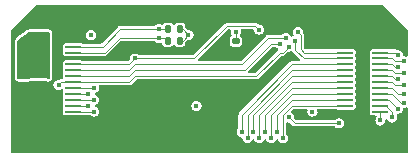
<source format=gbr>
%TF.GenerationSoftware,KiCad,Pcbnew,7.0.8*%
%TF.CreationDate,2023-11-11T12:19:38+10:00*%
%TF.ProjectId,ControllerBoard,436f6e74-726f-46c6-9c65-72426f617264,rev?*%
%TF.SameCoordinates,Original*%
%TF.FileFunction,Copper,L4,Bot*%
%TF.FilePolarity,Positive*%
%FSLAX46Y46*%
G04 Gerber Fmt 4.6, Leading zero omitted, Abs format (unit mm)*
G04 Created by KiCad (PCBNEW 7.0.8) date 2023-11-11 12:19:38*
%MOMM*%
%LPD*%
G01*
G04 APERTURE LIST*
G04 Aperture macros list*
%AMRoundRect*
0 Rectangle with rounded corners*
0 $1 Rounding radius*
0 $2 $3 $4 $5 $6 $7 $8 $9 X,Y pos of 4 corners*
0 Add a 4 corners polygon primitive as box body*
4,1,4,$2,$3,$4,$5,$6,$7,$8,$9,$2,$3,0*
0 Add four circle primitives for the rounded corners*
1,1,$1+$1,$2,$3*
1,1,$1+$1,$4,$5*
1,1,$1+$1,$6,$7*
1,1,$1+$1,$8,$9*
0 Add four rect primitives between the rounded corners*
20,1,$1+$1,$2,$3,$4,$5,0*
20,1,$1+$1,$4,$5,$6,$7,0*
20,1,$1+$1,$6,$7,$8,$9,0*
20,1,$1+$1,$8,$9,$2,$3,0*%
G04 Aperture macros list end*
%TA.AperFunction,SMDPad,CuDef*%
%ADD10RoundRect,0.062500X0.612500X0.062500X-0.612500X0.062500X-0.612500X-0.062500X0.612500X-0.062500X0*%
%TD*%
%TA.AperFunction,SMDPad,CuDef*%
%ADD11RoundRect,0.140000X-0.170000X0.140000X-0.170000X-0.140000X0.170000X-0.140000X0.170000X0.140000X0*%
%TD*%
%TA.AperFunction,SMDPad,CuDef*%
%ADD12RoundRect,0.135000X-0.135000X-0.185000X0.135000X-0.185000X0.135000X0.185000X-0.135000X0.185000X0*%
%TD*%
%TA.AperFunction,SMDPad,CuDef*%
%ADD13RoundRect,0.135000X0.135000X0.185000X-0.135000X0.185000X-0.135000X-0.185000X0.135000X-0.185000X0*%
%TD*%
%TA.AperFunction,ViaPad*%
%ADD14C,0.450000*%
%TD*%
%TA.AperFunction,Conductor*%
%ADD15C,0.125000*%
%TD*%
G04 APERTURE END LIST*
D10*
%TO.P,J2,1,Pin_1*%
%TO.N,/Accelerometer/SDA*%
X5475000Y-3750000D03*
%TO.P,J2,2,Pin_2*%
%TO.N,VCC*%
X2525000Y-3750000D03*
%TO.P,J2,3,Pin_3*%
%TO.N,/Accelerometer/SCL*%
X5475000Y-4250000D03*
%TO.P,J2,4,Pin_4*%
%TO.N,VCC*%
X2525000Y-4250000D03*
%TO.P,J2,5,Pin_5*%
%TO.N,GND*%
X5475000Y-4750000D03*
%TO.P,J2,6,Pin_6*%
%TO.N,VCC*%
X2525000Y-4750000D03*
%TO.P,J2,7,Pin_7*%
%TO.N,/Accelerometer/INT1*%
X5475000Y-5250000D03*
%TO.P,J2,8,Pin_8*%
%TO.N,VCC*%
X2525000Y-5250000D03*
%TO.P,J2,9,Pin_9*%
%TO.N,/Connectors/SWDIO*%
X5475000Y-5750000D03*
%TO.P,J2,10,Pin_10*%
%TO.N,VCC*%
X2525000Y-5750000D03*
%TO.P,J2,11,Pin_11*%
%TO.N,/Connectors/SWDCLK*%
X5475000Y-6250000D03*
%TO.P,J2,12,Pin_12*%
%TO.N,VCC*%
X2525000Y-6250000D03*
%TO.P,J2,13,Pin_13*%
%TO.N,/Microcontroller/RESET*%
X5475000Y-6750000D03*
%TO.P,J2,14,Pin_14*%
%TO.N,GND*%
X2525000Y-6750000D03*
%TO.P,J2,15,Pin_15*%
%TO.N,/Connectors/LED0*%
X5475000Y-7250000D03*
%TO.P,J2,16,Pin_16*%
%TO.N,GND*%
X2525000Y-7250000D03*
%TO.P,J2,17,Pin_17*%
%TO.N,/Connectors/LED1*%
X5475000Y-7750000D03*
%TO.P,J2,18,Pin_18*%
%TO.N,GND*%
X2525000Y-7750000D03*
%TO.P,J2,19,Pin_19*%
%TO.N,/Connectors/LED2*%
X5475000Y-8250000D03*
%TO.P,J2,20,Pin_20*%
%TO.N,GND*%
X2525000Y-8250000D03*
%TO.P,J2,21,Pin_21*%
%TO.N,/Connectors/LED3*%
X5475000Y-8750000D03*
%TO.P,J2,22,Pin_22*%
%TO.N,GND*%
X2525000Y-8750000D03*
%TO.P,J2,23,Pin_23*%
%TO.N,/Connectors/BUTTON*%
X5475000Y-9250000D03*
%TO.P,J2,24,Pin_24*%
%TO.N,GND*%
X2525000Y-9250000D03*
%TD*%
D11*
%TO.P,C11,1*%
%TO.N,/Microcontroller/DEC3*%
X19250000Y-3270000D03*
%TO.P,C11,2*%
%TO.N,GND*%
X19250000Y-4230000D03*
%TD*%
D12*
%TO.P,R1,1*%
%TO.N,/Accelerometer/SDA*%
X13490000Y-2250000D03*
%TO.P,R1,2*%
%TO.N,VCC*%
X14510000Y-2250000D03*
%TD*%
D10*
%TO.P,J1,1,Pin_1*%
%TO.N,GND*%
X31475000Y-3750000D03*
%TO.P,J1,2,Pin_2*%
X28525000Y-3750000D03*
%TO.P,J1,3,Pin_3*%
%TO.N,/Connectors/COL0*%
X31475000Y-4250000D03*
%TO.P,J1,4,Pin_4*%
%TO.N,/Connectors/ROW0*%
X28525000Y-4250000D03*
%TO.P,J1,5,Pin_5*%
%TO.N,/Connectors/COL1*%
X31475000Y-4750000D03*
%TO.P,J1,6,Pin_6*%
%TO.N,/Connectors/ROW1*%
X28525000Y-4750000D03*
%TO.P,J1,7,Pin_7*%
%TO.N,/Connectors/COL2*%
X31475000Y-5250000D03*
%TO.P,J1,8,Pin_8*%
%TO.N,/Connectors/ROW2*%
X28525000Y-5250000D03*
%TO.P,J1,9,Pin_9*%
%TO.N,/Connectors/COL3*%
X31475000Y-5750000D03*
%TO.P,J1,10,Pin_10*%
%TO.N,/Connectors/ROW3*%
X28525000Y-5750000D03*
%TO.P,J1,11,Pin_11*%
%TO.N,/Connectors/COL4*%
X31475000Y-6250000D03*
%TO.P,J1,12,Pin_12*%
%TO.N,/Connectors/ROW4*%
X28525000Y-6250000D03*
%TO.P,J1,13,Pin_13*%
%TO.N,/Connectors/COL5*%
X31475000Y-6750000D03*
%TO.P,J1,14,Pin_14*%
%TO.N,/Connectors/ROW5*%
X28525000Y-6750000D03*
%TO.P,J1,15,Pin_15*%
%TO.N,/Connectors/COL6*%
X31475000Y-7250000D03*
%TO.P,J1,16,Pin_16*%
%TO.N,/Connectors/ROW6*%
X28525000Y-7250000D03*
%TO.P,J1,17,Pin_17*%
%TO.N,/Connectors/COL7*%
X31475000Y-7750000D03*
%TO.P,J1,18,Pin_18*%
%TO.N,/Connectors/ROW7*%
X28525000Y-7750000D03*
%TO.P,J1,19,Pin_19*%
%TO.N,/Connectors/COL8*%
X31475000Y-8250000D03*
%TO.P,J1,20,Pin_20*%
%TO.N,/Connectors/ROW8*%
X28525000Y-8250000D03*
%TO.P,J1,21,Pin_21*%
%TO.N,/Connectors/COL9*%
X31475000Y-8750000D03*
%TO.P,J1,22,Pin_22*%
%TO.N,/Connectors/ROW9*%
X28525000Y-8750000D03*
%TO.P,J1,23,Pin_23*%
%TO.N,/Connectors/COL10*%
X31475000Y-9250000D03*
%TO.P,J1,24,Pin_24*%
%TO.N,GND*%
X28525000Y-9250000D03*
%TD*%
D13*
%TO.P,R2,1*%
%TO.N,VCC*%
X14510000Y-3250000D03*
%TO.P,R2,2*%
%TO.N,/Accelerometer/SCL*%
X13490000Y-3250000D03*
%TD*%
D14*
%TO.N,VCC*%
X1250000Y-6000000D03*
X2500000Y-3000000D03*
X1250000Y-4000000D03*
X15925000Y-8750000D03*
X15250000Y-2750000D03*
X1250000Y-5000000D03*
X25750000Y-9250000D03*
X7000000Y-2775000D03*
%TO.N,GND*%
X12750000Y-12500000D03*
X13250000Y-7750000D03*
X22750000Y-1500000D03*
X30000000Y-11000000D03*
X30000000Y-3750000D03*
X1250000Y-9000000D03*
X19250000Y-11750000D03*
X1250000Y-8000000D03*
X24000000Y-1500000D03*
X21250000Y-12500000D03*
X4250000Y-4250000D03*
X20250000Y-7750000D03*
X20250000Y-1500000D03*
X12500000Y-4000000D03*
X17000000Y-2500000D03*
X8500000Y-4750000D03*
X2500000Y-10000000D03*
X25250000Y-2500000D03*
X3750000Y-8000000D03*
X25250000Y-3250000D03*
X7000000Y-1225000D03*
X32250000Y-10500000D03*
X14500000Y-11500000D03*
X14197000Y-9988548D03*
X33500000Y-3750000D03*
X20250000Y-6750000D03*
X3750000Y-9000000D03*
X10250000Y-4000000D03*
X1250000Y-7000000D03*
X13250000Y-8750000D03*
X26750000Y-3750000D03*
X25750000Y-3750000D03*
X18750000Y-7750000D03*
X23750000Y-11000000D03*
X21800000Y-1650000D03*
X18750000Y-6750000D03*
X3000000Y-750000D03*
X25250000Y-9750000D03*
X10250000Y-500000D03*
X21750000Y-4750000D03*
X20000000Y-4250000D03*
X21750000Y-6750000D03*
X25250000Y-1500000D03*
X17000000Y-9000000D03*
X17500000Y-10000000D03*
X15500000Y-500000D03*
X18500000Y-4500000D03*
%TO.N,/Microcontroller/DEC3*%
X19250000Y-2500000D03*
%TO.N,/Connectors/ROW0*%
X24500000Y-2500000D03*
%TO.N,/Connectors/COL9*%
X32500000Y-9750000D03*
%TO.N,/Connectors/ROW1*%
X24250000Y-3250000D03*
%TO.N,/Connectors/COL10*%
X31500000Y-10000000D03*
%TO.N,/Accelerometer/SDA*%
X12750000Y-2250000D03*
%TO.N,/Accelerometer/SCL*%
X12750000Y-3000000D03*
%TO.N,/Connectors/ROW2*%
X19750000Y-11000000D03*
%TO.N,/Connectors/COL0*%
X33000000Y-4500000D03*
%TO.N,/Connectors/ROW3*%
X20250000Y-11500000D03*
%TO.N,/Connectors/COL1*%
X33500000Y-5000000D03*
%TO.N,/Connectors/ROW4*%
X20750000Y-11000000D03*
%TO.N,/Connectors/COL2*%
X33000000Y-5500000D03*
%TO.N,/Connectors/ROW5*%
X21250000Y-11500000D03*
%TO.N,/Connectors/COL3*%
X33500000Y-6000000D03*
%TO.N,/Connectors/ROW6*%
X21750000Y-11000000D03*
%TO.N,/Connectors/COL4*%
X33000000Y-6500000D03*
%TO.N,/Connectors/ROW7*%
X22250000Y-11500000D03*
%TO.N,/Connectors/COL5*%
X33500000Y-7000000D03*
%TO.N,/Connectors/ROW8*%
X22750000Y-10970714D03*
%TO.N,/Connectors/COL6*%
X33500000Y-7750000D03*
%TO.N,/Connectors/ROW9*%
X23250000Y-11500000D03*
%TO.N,/Connectors/COL7*%
X33500000Y-8500000D03*
%TO.N,/Connectors/COL8*%
X33000000Y-9000000D03*
%TO.N,/Connectors/SWDCLK*%
X23000000Y-3500000D03*
%TO.N,/Connectors/SWDIO*%
X23500000Y-3000000D03*
%TO.N,/Accelerometer/INT1*%
X10750000Y-4750000D03*
X21220714Y-2308572D03*
%TO.N,/Connectors/LED0*%
X7250000Y-7250000D03*
%TO.N,/Connectors/LED1*%
X6750000Y-7750000D03*
%TO.N,/Connectors/LED2*%
X7250000Y-8250000D03*
%TO.N,/Connectors/LED3*%
X6750000Y-8750000D03*
%TO.N,/Connectors/BUTTON*%
X7250000Y-9250000D03*
%TO.N,/Microcontroller/COL10_R*%
X23750000Y-9750000D03*
X28000000Y-10250000D03*
%TO.N,/Microcontroller/RESET*%
X23750000Y-3750000D03*
X4250000Y-7000000D03*
%TD*%
D15*
%TO.N,VCC*%
X14510000Y-2250000D02*
X14750000Y-2250000D01*
X14750000Y-2250000D02*
X15250000Y-2750000D01*
X14510000Y-3250000D02*
X14750000Y-3250000D01*
X14750000Y-3250000D02*
X15250000Y-2750000D01*
%TO.N,/Microcontroller/DEC3*%
X19250000Y-3270000D02*
X19250000Y-2500000D01*
%TO.N,/Connectors/ROW0*%
X24750000Y-3962500D02*
X25037500Y-4250000D01*
X24500000Y-2500000D02*
X24750000Y-2750000D01*
X24750000Y-2750000D02*
X24750000Y-3962500D01*
X25037500Y-4250000D02*
X28525000Y-4250000D01*
%TO.N,/Connectors/COL9*%
X31500000Y-8775000D02*
X31475000Y-8750000D01*
X32003554Y-8750000D02*
X31475000Y-8750000D01*
X32500000Y-9750000D02*
X32500000Y-9246446D01*
X32500000Y-9246446D02*
X32003554Y-8750000D01*
%TO.N,/Connectors/ROW1*%
X24250000Y-3250000D02*
X24250000Y-4000000D01*
X24250000Y-4000000D02*
X25000000Y-4750000D01*
X25000000Y-4750000D02*
X28525000Y-4750000D01*
%TO.N,/Connectors/COL10*%
X31500000Y-10000000D02*
X31500000Y-9275000D01*
X31500000Y-9275000D02*
X31475000Y-9250000D01*
%TO.N,/Accelerometer/SDA*%
X12750000Y-2250000D02*
X9482268Y-2250000D01*
X9482268Y-2250000D02*
X7982268Y-3750000D01*
X12750000Y-2250000D02*
X13490000Y-2250000D01*
X7982268Y-3750000D02*
X5475000Y-3750000D01*
%TO.N,/Accelerometer/SCL*%
X12750000Y-3000000D02*
X13240000Y-3000000D01*
X8167911Y-4250000D02*
X5475000Y-4250000D01*
X13240000Y-3000000D02*
X13490000Y-3250000D01*
X9417911Y-3000000D02*
X8167911Y-4250000D01*
X12750000Y-3000000D02*
X9417911Y-3000000D01*
%TO.N,/Connectors/ROW2*%
X24000000Y-5250000D02*
X28525000Y-5250000D01*
X19750000Y-9500000D02*
X24000000Y-5250000D01*
X19750000Y-11000000D02*
X19750000Y-9500000D01*
%TO.N,/Connectors/COL0*%
X31475000Y-4250000D02*
X32750000Y-4250000D01*
X32750000Y-4250000D02*
X33000000Y-4500000D01*
%TO.N,/Connectors/ROW3*%
X20250000Y-11500000D02*
X20250000Y-9500000D01*
X20250000Y-9500000D02*
X24000000Y-5750000D01*
X24000000Y-5750000D02*
X28525000Y-5750000D01*
%TO.N,/Connectors/COL1*%
X32753554Y-5000000D02*
X33500000Y-5000000D01*
X32503554Y-4750000D02*
X32753554Y-5000000D01*
X31475000Y-4750000D02*
X32503554Y-4750000D01*
%TO.N,/Connectors/ROW4*%
X24000000Y-6250000D02*
X28525000Y-6250000D01*
X20750000Y-9500000D02*
X24000000Y-6250000D01*
X20750000Y-11000000D02*
X20750000Y-9500000D01*
%TO.N,/Connectors/COL2*%
X32503554Y-5250000D02*
X32753554Y-5500000D01*
X31475000Y-5250000D02*
X32503554Y-5250000D01*
X32753554Y-5500000D02*
X33000000Y-5500000D01*
%TO.N,/Connectors/ROW5*%
X24000000Y-6750000D02*
X28525000Y-6750000D01*
X21250000Y-9500000D02*
X24000000Y-6750000D01*
X21250000Y-11500000D02*
X21250000Y-9500000D01*
%TO.N,/Connectors/COL3*%
X32500000Y-5750000D02*
X31475000Y-5750000D01*
X33500000Y-6000000D02*
X32750000Y-6000000D01*
X32750000Y-6000000D02*
X32500000Y-5750000D01*
%TO.N,/Connectors/ROW6*%
X21750000Y-9500000D02*
X24000000Y-7250000D01*
X24000000Y-7250000D02*
X28525000Y-7250000D01*
X21750000Y-11000000D02*
X21750000Y-9500000D01*
%TO.N,/Connectors/COL4*%
X32753554Y-6500000D02*
X32503554Y-6250000D01*
X33000000Y-6500000D02*
X32753554Y-6500000D01*
X32503554Y-6250000D02*
X31475000Y-6250000D01*
%TO.N,/Connectors/ROW7*%
X24000000Y-7750000D02*
X28525000Y-7750000D01*
X22250000Y-9500000D02*
X24000000Y-7750000D01*
X22250000Y-11500000D02*
X22250000Y-9500000D01*
%TO.N,/Connectors/COL5*%
X33500000Y-7000000D02*
X32753554Y-7000000D01*
X32753554Y-7000000D02*
X32503554Y-6750000D01*
X32503554Y-6750000D02*
X31475000Y-6750000D01*
%TO.N,/Connectors/ROW8*%
X22750000Y-9500000D02*
X24000000Y-8250000D01*
X22750000Y-10970714D02*
X22750000Y-9500000D01*
X24000000Y-8250000D02*
X28525000Y-8250000D01*
%TO.N,/Connectors/COL6*%
X33500000Y-7750000D02*
X33003554Y-7750000D01*
X32503554Y-7250000D02*
X31475000Y-7250000D01*
X33003554Y-7750000D02*
X32503554Y-7250000D01*
%TO.N,/Connectors/ROW9*%
X24000000Y-8750000D02*
X28525000Y-8750000D01*
X23250000Y-11500000D02*
X23250000Y-9500000D01*
X23250000Y-9500000D02*
X24000000Y-8750000D01*
%TO.N,/Connectors/COL7*%
X33500000Y-8500000D02*
X33253554Y-8500000D01*
X33253554Y-8500000D02*
X32503554Y-7750000D01*
X32503554Y-7750000D02*
X31475000Y-7750000D01*
%TO.N,/Connectors/COL8*%
X32250000Y-8250000D02*
X31475000Y-8250000D01*
X33000000Y-9000000D02*
X32250000Y-8250000D01*
%TO.N,/Connectors/SWDCLK*%
X22250000Y-3500000D02*
X20000000Y-5750000D01*
X20000000Y-5750000D02*
X10750000Y-5750000D01*
X10250000Y-6250000D02*
X5475000Y-6250000D01*
X10750000Y-5750000D02*
X10250000Y-6250000D01*
X23000000Y-3500000D02*
X22250000Y-3500000D01*
%TO.N,/Connectors/SWDIO*%
X10250000Y-5750000D02*
X5475000Y-5750000D01*
X10750000Y-5250000D02*
X10250000Y-5750000D01*
X23500000Y-3000000D02*
X22000000Y-3000000D01*
X22000000Y-3000000D02*
X19750000Y-5250000D01*
X19750000Y-5250000D02*
X10750000Y-5250000D01*
%TO.N,/Accelerometer/INT1*%
X10750000Y-4750000D02*
X10250000Y-5250000D01*
X20912142Y-2000000D02*
X21220714Y-2308572D01*
X18500000Y-2000000D02*
X20912142Y-2000000D01*
X10750000Y-4750000D02*
X15750000Y-4750000D01*
X10250000Y-5250000D02*
X5475000Y-5250000D01*
X15750000Y-4750000D02*
X18500000Y-2000000D01*
%TO.N,/Connectors/LED0*%
X7250000Y-7250000D02*
X5475000Y-7250000D01*
%TO.N,/Connectors/LED1*%
X6750000Y-7750000D02*
X5475000Y-7750000D01*
%TO.N,/Connectors/LED2*%
X7250000Y-8250000D02*
X5475000Y-8250000D01*
%TO.N,/Connectors/LED3*%
X6750000Y-8750000D02*
X5475000Y-8750000D01*
%TO.N,/Connectors/BUTTON*%
X7250000Y-9250000D02*
X5475000Y-9250000D01*
%TO.N,/Microcontroller/COL10_R*%
X23750000Y-9750000D02*
X24250000Y-10250000D01*
X24250000Y-10250000D02*
X28000000Y-10250000D01*
%TO.N,/Microcontroller/RESET*%
X23250000Y-4250000D02*
X23000000Y-4250000D01*
X10750000Y-6250000D02*
X10250000Y-6750000D01*
X10250000Y-6750000D02*
X5475000Y-6750000D01*
X23000000Y-4250000D02*
X21000000Y-6250000D01*
X4500000Y-6750000D02*
X5475000Y-6750000D01*
X4250000Y-7000000D02*
X4500000Y-6750000D01*
X23750000Y-3750000D02*
X23250000Y-4250000D01*
X21000000Y-6250000D02*
X10750000Y-6250000D01*
%TD*%
%TA.AperFunction,Conductor*%
%TO.N,GND*%
G36*
X22678435Y-3781907D02*
G01*
X22690247Y-3791996D01*
X22746778Y-3848526D01*
X22746777Y-3848526D01*
X22746779Y-3848527D01*
X22746780Y-3848528D01*
X22812261Y-3881892D01*
X22855525Y-3925156D01*
X22865096Y-3985588D01*
X22837318Y-4040105D01*
X22822320Y-4052414D01*
X22810392Y-4060384D01*
X22810384Y-4060392D01*
X22801132Y-4074238D01*
X22788824Y-4089236D01*
X20920058Y-5958004D01*
X20865541Y-5985781D01*
X20850054Y-5987000D01*
X20373945Y-5987000D01*
X20315754Y-5968093D01*
X20279790Y-5918593D01*
X20279790Y-5857407D01*
X20303941Y-5817996D01*
X21283528Y-4838410D01*
X22329942Y-3791996D01*
X22384459Y-3764219D01*
X22399946Y-3763000D01*
X22620244Y-3763000D01*
X22678435Y-3781907D01*
G37*
%TD.AperFunction*%
%TA.AperFunction,Conductor*%
G36*
X31684134Y-219407D02*
G01*
X31695947Y-229496D01*
X33770504Y-2304053D01*
X33798281Y-2358570D01*
X33799500Y-2374057D01*
X33799500Y-4513499D01*
X33780593Y-4571690D01*
X33731093Y-4607654D01*
X33669907Y-4607654D01*
X33655556Y-4601709D01*
X33633127Y-4590281D01*
X33511306Y-4570986D01*
X33456790Y-4543208D01*
X33429013Y-4488692D01*
X33425750Y-4468093D01*
X33409719Y-4366874D01*
X33348528Y-4246780D01*
X33253220Y-4151472D01*
X33253217Y-4151470D01*
X33133129Y-4090282D01*
X33133127Y-4090281D01*
X33000001Y-4069196D01*
X32992209Y-4069196D01*
X32992209Y-4067928D01*
X32939672Y-4059604D01*
X32929622Y-4053713D01*
X32887998Y-4025901D01*
X32852619Y-4002261D01*
X32852618Y-4002260D01*
X32852617Y-4002260D01*
X32782944Y-3988401D01*
X32775901Y-3987000D01*
X32750000Y-3981848D01*
X32733660Y-3985098D01*
X32714347Y-3987000D01*
X32290849Y-3987000D01*
X32235848Y-3970316D01*
X32190119Y-3939761D01*
X32190117Y-3939760D01*
X32190114Y-3939759D01*
X32190113Y-3939759D01*
X32113411Y-3924501D01*
X32113402Y-3924500D01*
X32113401Y-3924500D01*
X32113399Y-3924500D01*
X30836602Y-3924500D01*
X30836595Y-3924501D01*
X30759883Y-3939759D01*
X30759881Y-3939760D01*
X30672890Y-3997886D01*
X30672886Y-3997890D01*
X30614762Y-4084879D01*
X30614759Y-4084886D01*
X30599501Y-4161589D01*
X30599500Y-4161599D01*
X30599500Y-4338397D01*
X30599501Y-4338404D01*
X30614759Y-4415115D01*
X30614759Y-4415116D01*
X30614760Y-4415117D01*
X30634726Y-4444999D01*
X30651334Y-4503887D01*
X30634727Y-4554999D01*
X30614761Y-4584880D01*
X30614759Y-4584886D01*
X30599501Y-4661589D01*
X30599500Y-4661599D01*
X30599500Y-4838397D01*
X30599501Y-4838404D01*
X30614759Y-4915115D01*
X30614759Y-4915116D01*
X30614760Y-4915117D01*
X30634726Y-4944999D01*
X30651334Y-5003887D01*
X30634727Y-5054999D01*
X30614761Y-5084880D01*
X30614759Y-5084886D01*
X30599501Y-5161589D01*
X30599500Y-5161599D01*
X30599500Y-5338397D01*
X30599501Y-5338404D01*
X30614759Y-5415115D01*
X30614759Y-5415116D01*
X30614760Y-5415117D01*
X30634726Y-5444999D01*
X30651334Y-5503887D01*
X30634727Y-5554999D01*
X30614761Y-5584880D01*
X30614759Y-5584886D01*
X30599501Y-5661589D01*
X30599500Y-5661599D01*
X30599500Y-5838397D01*
X30599501Y-5838404D01*
X30614759Y-5915115D01*
X30614759Y-5915116D01*
X30614760Y-5915117D01*
X30634726Y-5944999D01*
X30651334Y-6003887D01*
X30634727Y-6054999D01*
X30614761Y-6084880D01*
X30614759Y-6084886D01*
X30599501Y-6161589D01*
X30599500Y-6161599D01*
X30599500Y-6338397D01*
X30599501Y-6338404D01*
X30614759Y-6415115D01*
X30614759Y-6415116D01*
X30614760Y-6415117D01*
X30634726Y-6444999D01*
X30651334Y-6503887D01*
X30634727Y-6554999D01*
X30614761Y-6584880D01*
X30614759Y-6584886D01*
X30599501Y-6661589D01*
X30599500Y-6661599D01*
X30599500Y-6838397D01*
X30599501Y-6838404D01*
X30614759Y-6915115D01*
X30614759Y-6915116D01*
X30614760Y-6915117D01*
X30634726Y-6944999D01*
X30651334Y-7003887D01*
X30634727Y-7054999D01*
X30614761Y-7084880D01*
X30614759Y-7084886D01*
X30599501Y-7161589D01*
X30599500Y-7161599D01*
X30599500Y-7338397D01*
X30599501Y-7338404D01*
X30614759Y-7415115D01*
X30614759Y-7415116D01*
X30614760Y-7415117D01*
X30634726Y-7444999D01*
X30651334Y-7503887D01*
X30634727Y-7554999D01*
X30614761Y-7584880D01*
X30614759Y-7584886D01*
X30599501Y-7661589D01*
X30599500Y-7661599D01*
X30599500Y-7838397D01*
X30599501Y-7838404D01*
X30614759Y-7915115D01*
X30614759Y-7915116D01*
X30614760Y-7915117D01*
X30634726Y-7944999D01*
X30651334Y-8003887D01*
X30634727Y-8054999D01*
X30614761Y-8084880D01*
X30614759Y-8084886D01*
X30599501Y-8161589D01*
X30599500Y-8161599D01*
X30599500Y-8338397D01*
X30599501Y-8338404D01*
X30614759Y-8415115D01*
X30614759Y-8415116D01*
X30614760Y-8415117D01*
X30634726Y-8444999D01*
X30651334Y-8503887D01*
X30634727Y-8554999D01*
X30614761Y-8584880D01*
X30614759Y-8584886D01*
X30599501Y-8661589D01*
X30599500Y-8661599D01*
X30599500Y-8838397D01*
X30599501Y-8838404D01*
X30614759Y-8915115D01*
X30614759Y-8915116D01*
X30614760Y-8915117D01*
X30634726Y-8944999D01*
X30651334Y-9003887D01*
X30634727Y-9054999D01*
X30614761Y-9084880D01*
X30614759Y-9084886D01*
X30599501Y-9161589D01*
X30599500Y-9161599D01*
X30599500Y-9338397D01*
X30599501Y-9338404D01*
X30614759Y-9415116D01*
X30614760Y-9415118D01*
X30642804Y-9457088D01*
X30672888Y-9502112D01*
X30759883Y-9560240D01*
X30836599Y-9575500D01*
X31083746Y-9575499D01*
X31141935Y-9594406D01*
X31177899Y-9643906D01*
X31177900Y-9705091D01*
X31153753Y-9744498D01*
X31151475Y-9746775D01*
X31151470Y-9746782D01*
X31090282Y-9866870D01*
X31090281Y-9866872D01*
X31069196Y-9999999D01*
X31069196Y-10000000D01*
X31090281Y-10133127D01*
X31090282Y-10133129D01*
X31149831Y-10250000D01*
X31151472Y-10253220D01*
X31246780Y-10348528D01*
X31366874Y-10409719D01*
X31500000Y-10430804D01*
X31633126Y-10409719D01*
X31753220Y-10348528D01*
X31848528Y-10253220D01*
X31909719Y-10133126D01*
X31930804Y-10000000D01*
X31929791Y-9993606D01*
X31939361Y-9933176D01*
X31982625Y-9889910D01*
X32043057Y-9880337D01*
X32097574Y-9908114D01*
X32115781Y-9933173D01*
X32151472Y-10003220D01*
X32246780Y-10098528D01*
X32366874Y-10159719D01*
X32500000Y-10180804D01*
X32633126Y-10159719D01*
X32753220Y-10098528D01*
X32848528Y-10003220D01*
X32909719Y-9883126D01*
X32930804Y-9750000D01*
X32930803Y-9749996D01*
X32919844Y-9680804D01*
X32909719Y-9616874D01*
X32886872Y-9572035D01*
X32877301Y-9511605D01*
X32905078Y-9457088D01*
X32959594Y-9429310D01*
X32990567Y-9429310D01*
X33000000Y-9430804D01*
X33133126Y-9409719D01*
X33253220Y-9348528D01*
X33348528Y-9253220D01*
X33409719Y-9133126D01*
X33429013Y-9011306D01*
X33456790Y-8956791D01*
X33511306Y-8929013D01*
X33633126Y-8909719D01*
X33655555Y-8898290D01*
X33715985Y-8888719D01*
X33770502Y-8916495D01*
X33798281Y-8971011D01*
X33799500Y-8986500D01*
X33799500Y-12700500D01*
X33780593Y-12758691D01*
X33731093Y-12794655D01*
X33700500Y-12799500D01*
X299500Y-12799500D01*
X241309Y-12780593D01*
X205345Y-12731093D01*
X200500Y-12700500D01*
X200500Y-7000000D01*
X3819196Y-7000000D01*
X3840281Y-7133127D01*
X3840282Y-7133129D01*
X3899831Y-7250000D01*
X3901472Y-7253220D01*
X3996780Y-7348528D01*
X4116874Y-7409719D01*
X4250000Y-7430804D01*
X4383126Y-7409719D01*
X4477121Y-7361825D01*
X4537552Y-7352254D01*
X4592069Y-7380031D01*
X4613528Y-7412144D01*
X4614758Y-7415113D01*
X4614759Y-7415115D01*
X4614760Y-7415117D01*
X4634726Y-7444999D01*
X4651334Y-7503887D01*
X4634727Y-7554999D01*
X4614761Y-7584880D01*
X4614759Y-7584886D01*
X4599501Y-7661589D01*
X4599500Y-7661599D01*
X4599500Y-7838397D01*
X4599501Y-7838404D01*
X4614759Y-7915115D01*
X4614759Y-7915116D01*
X4614760Y-7915117D01*
X4634726Y-7944999D01*
X4651334Y-8003887D01*
X4634727Y-8054999D01*
X4614761Y-8084880D01*
X4614759Y-8084886D01*
X4599501Y-8161589D01*
X4599500Y-8161599D01*
X4599500Y-8338397D01*
X4599501Y-8338404D01*
X4614759Y-8415115D01*
X4614759Y-8415116D01*
X4614760Y-8415117D01*
X4634726Y-8444999D01*
X4651334Y-8503887D01*
X4634727Y-8554999D01*
X4614761Y-8584880D01*
X4614759Y-8584886D01*
X4599501Y-8661589D01*
X4599500Y-8661599D01*
X4599500Y-8838397D01*
X4599501Y-8838404D01*
X4614759Y-8915115D01*
X4614759Y-8915116D01*
X4614760Y-8915117D01*
X4634726Y-8944999D01*
X4651334Y-9003887D01*
X4634727Y-9054999D01*
X4614761Y-9084880D01*
X4614759Y-9084886D01*
X4599501Y-9161589D01*
X4599500Y-9161599D01*
X4599500Y-9338397D01*
X4599501Y-9338404D01*
X4614759Y-9415116D01*
X4614760Y-9415118D01*
X4642804Y-9457088D01*
X4672888Y-9502112D01*
X4759883Y-9560240D01*
X4818207Y-9571841D01*
X4836588Y-9575498D01*
X4836589Y-9575498D01*
X4836599Y-9575500D01*
X6113400Y-9575499D01*
X6190117Y-9560240D01*
X6235848Y-9529684D01*
X6290849Y-9513000D01*
X6870244Y-9513000D01*
X6928435Y-9531907D01*
X6940247Y-9541996D01*
X6970289Y-9572037D01*
X6996780Y-9598528D01*
X7116874Y-9659719D01*
X7250000Y-9680804D01*
X7383126Y-9659719D01*
X7503220Y-9598528D01*
X7598528Y-9503220D01*
X7659719Y-9383126D01*
X7680804Y-9250000D01*
X7659719Y-9116874D01*
X7630861Y-9060238D01*
X7607414Y-9014219D01*
X7598528Y-8996780D01*
X7503220Y-8901472D01*
X7503217Y-8901470D01*
X7379061Y-8838209D01*
X7335796Y-8794945D01*
X7328678Y-8750000D01*
X15494196Y-8750000D01*
X15515281Y-8883127D01*
X15515282Y-8883129D01*
X15576470Y-9003217D01*
X15576472Y-9003220D01*
X15671780Y-9098528D01*
X15791874Y-9159719D01*
X15925000Y-9180804D01*
X16058126Y-9159719D01*
X16178220Y-9098528D01*
X16273528Y-9003220D01*
X16334719Y-8883126D01*
X16355804Y-8750000D01*
X16334719Y-8616874D01*
X16314526Y-8577244D01*
X16273529Y-8496782D01*
X16273528Y-8496780D01*
X16178220Y-8401472D01*
X16178217Y-8401470D01*
X16058129Y-8340282D01*
X16058127Y-8340281D01*
X15925000Y-8319196D01*
X15791872Y-8340281D01*
X15791870Y-8340282D01*
X15671782Y-8401470D01*
X15576470Y-8496782D01*
X15515282Y-8616870D01*
X15515281Y-8616872D01*
X15494196Y-8749999D01*
X15494196Y-8750000D01*
X7328678Y-8750000D01*
X7326225Y-8734513D01*
X7354003Y-8679996D01*
X7379061Y-8661791D01*
X7467222Y-8616870D01*
X7503220Y-8598528D01*
X7598528Y-8503220D01*
X7659719Y-8383126D01*
X7680804Y-8250000D01*
X7659719Y-8116874D01*
X7598528Y-7996780D01*
X7503220Y-7901472D01*
X7503217Y-7901470D01*
X7379061Y-7838209D01*
X7335796Y-7794945D01*
X7326225Y-7734513D01*
X7354003Y-7679996D01*
X7379061Y-7661791D01*
X7452963Y-7624134D01*
X7503220Y-7598528D01*
X7598528Y-7503220D01*
X7659719Y-7383126D01*
X7680804Y-7250000D01*
X7661400Y-7127487D01*
X7670971Y-7067055D01*
X7714236Y-7023790D01*
X7759181Y-7013000D01*
X10214347Y-7013000D01*
X10233660Y-7014902D01*
X10237049Y-7015575D01*
X10250000Y-7018152D01*
X10282648Y-7011658D01*
X10352617Y-6997740D01*
X10439612Y-6939612D01*
X10448870Y-6925754D01*
X10461174Y-6910762D01*
X10829942Y-6541996D01*
X10884458Y-6514219D01*
X10899945Y-6513000D01*
X20964347Y-6513000D01*
X20983660Y-6514902D01*
X20987879Y-6515741D01*
X21000000Y-6518152D01*
X21102617Y-6497740D01*
X21167654Y-6454284D01*
X21167654Y-6454283D01*
X21188273Y-6440507D01*
X21188274Y-6440505D01*
X21189612Y-6439612D01*
X21198864Y-6425764D01*
X21211171Y-6410765D01*
X23079942Y-4541996D01*
X23134459Y-4514219D01*
X23149946Y-4513000D01*
X23214347Y-4513000D01*
X23233660Y-4514902D01*
X23237049Y-4515575D01*
X23250000Y-4518152D01*
X23282648Y-4511658D01*
X23352617Y-4497740D01*
X23439612Y-4439612D01*
X23448868Y-4425757D01*
X23461171Y-4410765D01*
X23663515Y-4208421D01*
X23718030Y-4180646D01*
X23749008Y-4180646D01*
X23750000Y-4180804D01*
X23883126Y-4159719D01*
X23922079Y-4139870D01*
X23982511Y-4130299D01*
X24037028Y-4158075D01*
X24049340Y-4173078D01*
X24054502Y-4180804D01*
X24060388Y-4189612D01*
X24074235Y-4198864D01*
X24089238Y-4211176D01*
X24696058Y-4817996D01*
X24723835Y-4872513D01*
X24714264Y-4932945D01*
X24670999Y-4976210D01*
X24626054Y-4987000D01*
X24035653Y-4987000D01*
X24016340Y-4985098D01*
X24000000Y-4981848D01*
X23974099Y-4987000D01*
X23897383Y-5002260D01*
X23897381Y-5002260D01*
X23897381Y-5002261D01*
X23897380Y-5002261D01*
X23810390Y-5060386D01*
X23810384Y-5060392D01*
X23801132Y-5074238D01*
X23788824Y-5089236D01*
X19589236Y-9288824D01*
X19574238Y-9301132D01*
X19560392Y-9310384D01*
X19560385Y-9310391D01*
X19537559Y-9344552D01*
X19524329Y-9364353D01*
X19502259Y-9397383D01*
X19491649Y-9450730D01*
X19481848Y-9500000D01*
X19485098Y-9516338D01*
X19487000Y-9535652D01*
X19487000Y-10620244D01*
X19468093Y-10678435D01*
X19458004Y-10690247D01*
X19401473Y-10746778D01*
X19401470Y-10746782D01*
X19340282Y-10866870D01*
X19340281Y-10866872D01*
X19319196Y-10999999D01*
X19319196Y-11000000D01*
X19340281Y-11133127D01*
X19340282Y-11133129D01*
X19401470Y-11253217D01*
X19401472Y-11253220D01*
X19496780Y-11348528D01*
X19616874Y-11409719D01*
X19738007Y-11428904D01*
X19738692Y-11429013D01*
X19793209Y-11456790D01*
X19820986Y-11511306D01*
X19840281Y-11633127D01*
X19840282Y-11633129D01*
X19901470Y-11753217D01*
X19901472Y-11753220D01*
X19996780Y-11848528D01*
X20116874Y-11909719D01*
X20250000Y-11930804D01*
X20383126Y-11909719D01*
X20503220Y-11848528D01*
X20598528Y-11753220D01*
X20624134Y-11702963D01*
X20661791Y-11629061D01*
X20705055Y-11585796D01*
X20765487Y-11576225D01*
X20820004Y-11604003D01*
X20838209Y-11629061D01*
X20901470Y-11753217D01*
X20901472Y-11753220D01*
X20996780Y-11848528D01*
X21116874Y-11909719D01*
X21250000Y-11930804D01*
X21383126Y-11909719D01*
X21503220Y-11848528D01*
X21598528Y-11753220D01*
X21624134Y-11702963D01*
X21661791Y-11629061D01*
X21705055Y-11585796D01*
X21765487Y-11576225D01*
X21820004Y-11604003D01*
X21838209Y-11629061D01*
X21901470Y-11753217D01*
X21901472Y-11753220D01*
X21996780Y-11848528D01*
X22116874Y-11909719D01*
X22250000Y-11930804D01*
X22383126Y-11909719D01*
X22503220Y-11848528D01*
X22598528Y-11753220D01*
X22624134Y-11702963D01*
X22661791Y-11629061D01*
X22705055Y-11585796D01*
X22765487Y-11576225D01*
X22820004Y-11604003D01*
X22838209Y-11629061D01*
X22901470Y-11753217D01*
X22901472Y-11753220D01*
X22996780Y-11848528D01*
X23116874Y-11909719D01*
X23250000Y-11930804D01*
X23383126Y-11909719D01*
X23503220Y-11848528D01*
X23598528Y-11753220D01*
X23659719Y-11633126D01*
X23680804Y-11500000D01*
X23659719Y-11366874D01*
X23598528Y-11246780D01*
X23598526Y-11246778D01*
X23541996Y-11190247D01*
X23514219Y-11135730D01*
X23513000Y-11120244D01*
X23513000Y-10259180D01*
X23531907Y-10200989D01*
X23581407Y-10165025D01*
X23627483Y-10161399D01*
X23750000Y-10180804D01*
X23750988Y-10180647D01*
X23751977Y-10180804D01*
X23757792Y-10180804D01*
X23757792Y-10181724D01*
X23811418Y-10190213D01*
X23836485Y-10208423D01*
X24038823Y-10410761D01*
X24051132Y-10425759D01*
X24060388Y-10439612D01*
X24147383Y-10497740D01*
X24174932Y-10503220D01*
X24250000Y-10518152D01*
X24263508Y-10515465D01*
X24266340Y-10514902D01*
X24285653Y-10513000D01*
X27620244Y-10513000D01*
X27678435Y-10531907D01*
X27690247Y-10541996D01*
X27746778Y-10598526D01*
X27746780Y-10598528D01*
X27866874Y-10659719D01*
X28000000Y-10680804D01*
X28133126Y-10659719D01*
X28253220Y-10598528D01*
X28348528Y-10503220D01*
X28409719Y-10383126D01*
X28430804Y-10250000D01*
X28409719Y-10116874D01*
X28348528Y-9996780D01*
X28253220Y-9901472D01*
X28253217Y-9901470D01*
X28133129Y-9840282D01*
X28133127Y-9840281D01*
X28000000Y-9819196D01*
X27866872Y-9840281D01*
X27866870Y-9840282D01*
X27746782Y-9901470D01*
X27746778Y-9901473D01*
X27690247Y-9958004D01*
X27635730Y-9985781D01*
X27620244Y-9987000D01*
X24399946Y-9987000D01*
X24341755Y-9968093D01*
X24329942Y-9958004D01*
X24208423Y-9836485D01*
X24180646Y-9781968D01*
X24180646Y-9750991D01*
X24180804Y-9750000D01*
X24159719Y-9616874D01*
X24098528Y-9496780D01*
X24003220Y-9401472D01*
X23995195Y-9397383D01*
X23937315Y-9367891D01*
X23894051Y-9324626D01*
X23884480Y-9264194D01*
X23912256Y-9209680D01*
X24079942Y-9041996D01*
X24134459Y-9014219D01*
X24149945Y-9013000D01*
X25240819Y-9013000D01*
X25299010Y-9031907D01*
X25334974Y-9081407D01*
X25338600Y-9127487D01*
X25319196Y-9249999D01*
X25319196Y-9250000D01*
X25340281Y-9383127D01*
X25340282Y-9383129D01*
X25401470Y-9503217D01*
X25401472Y-9503220D01*
X25496780Y-9598528D01*
X25616874Y-9659719D01*
X25750000Y-9680804D01*
X25883126Y-9659719D01*
X26003220Y-9598528D01*
X26098528Y-9503220D01*
X26159719Y-9383126D01*
X26180804Y-9250000D01*
X26169844Y-9180804D01*
X26161400Y-9127487D01*
X26170971Y-9067055D01*
X26214236Y-9023790D01*
X26259181Y-9013000D01*
X27709151Y-9013000D01*
X27764152Y-9029684D01*
X27802039Y-9054999D01*
X27809883Y-9060240D01*
X27868207Y-9071841D01*
X27886588Y-9075498D01*
X27886589Y-9075498D01*
X27886599Y-9075500D01*
X29163400Y-9075499D01*
X29240117Y-9060240D01*
X29327112Y-9002112D01*
X29385240Y-8915117D01*
X29400500Y-8838401D01*
X29400499Y-8661600D01*
X29385240Y-8584883D01*
X29365273Y-8555001D01*
X29348665Y-8496114D01*
X29365274Y-8444998D01*
X29385238Y-8415120D01*
X29385238Y-8415119D01*
X29385240Y-8415117D01*
X29400500Y-8338401D01*
X29400499Y-8161600D01*
X29385240Y-8084883D01*
X29365273Y-8055001D01*
X29348665Y-7996114D01*
X29365274Y-7944998D01*
X29385238Y-7915120D01*
X29385238Y-7915119D01*
X29385240Y-7915117D01*
X29400500Y-7838401D01*
X29400499Y-7661600D01*
X29385240Y-7584883D01*
X29365273Y-7555001D01*
X29348665Y-7496114D01*
X29365274Y-7444998D01*
X29385238Y-7415120D01*
X29385238Y-7415119D01*
X29385240Y-7415117D01*
X29400500Y-7338401D01*
X29400499Y-7161600D01*
X29385240Y-7084883D01*
X29365273Y-7055001D01*
X29348665Y-6996114D01*
X29365274Y-6944998D01*
X29385238Y-6915120D01*
X29385238Y-6915119D01*
X29385240Y-6915117D01*
X29400500Y-6838401D01*
X29400499Y-6661600D01*
X29385240Y-6584883D01*
X29365273Y-6555001D01*
X29348665Y-6496114D01*
X29365274Y-6444998D01*
X29385238Y-6415120D01*
X29385238Y-6415119D01*
X29385240Y-6415117D01*
X29400500Y-6338401D01*
X29400499Y-6161600D01*
X29385240Y-6084883D01*
X29365273Y-6055001D01*
X29348665Y-5996114D01*
X29365274Y-5944998D01*
X29385238Y-5915120D01*
X29385238Y-5915119D01*
X29385240Y-5915117D01*
X29400500Y-5838401D01*
X29400499Y-5661600D01*
X29385240Y-5584883D01*
X29365273Y-5555001D01*
X29348665Y-5496114D01*
X29365274Y-5444998D01*
X29385238Y-5415120D01*
X29385238Y-5415119D01*
X29385240Y-5415117D01*
X29400500Y-5338401D01*
X29400499Y-5161600D01*
X29385240Y-5084883D01*
X29385237Y-5084879D01*
X29365274Y-5055002D01*
X29348665Y-4996114D01*
X29365274Y-4944998D01*
X29385238Y-4915120D01*
X29385238Y-4915119D01*
X29385240Y-4915117D01*
X29400500Y-4838401D01*
X29400499Y-4661600D01*
X29385240Y-4584883D01*
X29378970Y-4575500D01*
X29365274Y-4555002D01*
X29348665Y-4496114D01*
X29365274Y-4444998D01*
X29385238Y-4415120D01*
X29385239Y-4415118D01*
X29385240Y-4415117D01*
X29400500Y-4338401D01*
X29400499Y-4161600D01*
X29385240Y-4084883D01*
X29385237Y-4084879D01*
X29327113Y-3997890D01*
X29327112Y-3997888D01*
X29240117Y-3939760D01*
X29240113Y-3939759D01*
X29163411Y-3924501D01*
X29163402Y-3924500D01*
X29163401Y-3924500D01*
X29163399Y-3924500D01*
X27886602Y-3924500D01*
X27886595Y-3924501D01*
X27809883Y-3939759D01*
X27809882Y-3939760D01*
X27764152Y-3970316D01*
X27709151Y-3987000D01*
X25187447Y-3987000D01*
X25129256Y-3968093D01*
X25117443Y-3958004D01*
X25041996Y-3882557D01*
X25014219Y-3828040D01*
X25013000Y-3812553D01*
X25013000Y-2785652D01*
X25014902Y-2766338D01*
X25017511Y-2753220D01*
X25018152Y-2750000D01*
X24997740Y-2647382D01*
X24954284Y-2582345D01*
X24954283Y-2582344D01*
X24952328Y-2579418D01*
X24946290Y-2570382D01*
X24929678Y-2511495D01*
X24930804Y-2500069D01*
X24930804Y-2499999D01*
X24919158Y-2426470D01*
X24909719Y-2366874D01*
X24889526Y-2327244D01*
X24857414Y-2264219D01*
X24848528Y-2246780D01*
X24753220Y-2151472D01*
X24753217Y-2151470D01*
X24633129Y-2090282D01*
X24633127Y-2090281D01*
X24500000Y-2069196D01*
X24366872Y-2090281D01*
X24366870Y-2090282D01*
X24246782Y-2151470D01*
X24151470Y-2246782D01*
X24090282Y-2366870D01*
X24090281Y-2366872D01*
X24073264Y-2474316D01*
X24069196Y-2500000D01*
X24090281Y-2633126D01*
X24131522Y-2714065D01*
X24134613Y-2720132D01*
X24144184Y-2780564D01*
X24116407Y-2835081D01*
X24091348Y-2853287D01*
X24029867Y-2884613D01*
X23969435Y-2894184D01*
X23914918Y-2866406D01*
X23896714Y-2841351D01*
X23848528Y-2746780D01*
X23753220Y-2651472D01*
X23753217Y-2651470D01*
X23633129Y-2590282D01*
X23633127Y-2590281D01*
X23500000Y-2569196D01*
X23366872Y-2590281D01*
X23366870Y-2590282D01*
X23246782Y-2651470D01*
X23246778Y-2651473D01*
X23190247Y-2708004D01*
X23135730Y-2735781D01*
X23120244Y-2737000D01*
X22035653Y-2737000D01*
X22016340Y-2735098D01*
X22000000Y-2731848D01*
X21974099Y-2737000D01*
X21908745Y-2750000D01*
X21897382Y-2752259D01*
X21841648Y-2789501D01*
X21810390Y-2810386D01*
X21810384Y-2810392D01*
X21801132Y-2824238D01*
X21788824Y-2839236D01*
X19670058Y-4958004D01*
X19615541Y-4985781D01*
X19600054Y-4987000D01*
X16123945Y-4987000D01*
X16065754Y-4968093D01*
X16029790Y-4918593D01*
X16029790Y-4857407D01*
X16053941Y-4817996D01*
X16625156Y-4246782D01*
X18579943Y-2291996D01*
X18634460Y-2264219D01*
X18649947Y-2263000D01*
X18740819Y-2263000D01*
X18799010Y-2281907D01*
X18834974Y-2331407D01*
X18838600Y-2377487D01*
X18827493Y-2447617D01*
X18819196Y-2500000D01*
X18840281Y-2633126D01*
X18876931Y-2705055D01*
X18893717Y-2738000D01*
X18903288Y-2798432D01*
X18875511Y-2852948D01*
X18796776Y-2931683D01*
X18796774Y-2931686D01*
X18746029Y-3040510D01*
X18746028Y-3040511D01*
X18746028Y-3040513D01*
X18741344Y-3076096D01*
X18739500Y-3090100D01*
X18739500Y-3449895D01*
X18739501Y-3449907D01*
X18746027Y-3499486D01*
X18746027Y-3499488D01*
X18796774Y-3608313D01*
X18796775Y-3608314D01*
X18796776Y-3608316D01*
X18881684Y-3693224D01*
X18990513Y-3743972D01*
X19040099Y-3750500D01*
X19459900Y-3750499D01*
X19509487Y-3743972D01*
X19509488Y-3743972D01*
X19573620Y-3714066D01*
X19618316Y-3693224D01*
X19703224Y-3608316D01*
X19753972Y-3499487D01*
X19760500Y-3449901D01*
X19760499Y-3090100D01*
X19753972Y-3040513D01*
X19753972Y-3040511D01*
X19703225Y-2931686D01*
X19703224Y-2931685D01*
X19703224Y-2931684D01*
X19624486Y-2852946D01*
X19596711Y-2798432D01*
X19606281Y-2738002D01*
X19659719Y-2633126D01*
X19680804Y-2500000D01*
X19672507Y-2447617D01*
X19661400Y-2377487D01*
X19670971Y-2317055D01*
X19714236Y-2273790D01*
X19759181Y-2263000D01*
X20698138Y-2263000D01*
X20756329Y-2281907D01*
X20792293Y-2331407D01*
X20795919Y-2346513D01*
X20810995Y-2441699D01*
X20810996Y-2441701D01*
X20871610Y-2560662D01*
X20872186Y-2561792D01*
X20967494Y-2657100D01*
X21087588Y-2718291D01*
X21220714Y-2739376D01*
X21353840Y-2718291D01*
X21473934Y-2657100D01*
X21569242Y-2561792D01*
X21630433Y-2441698D01*
X21651518Y-2308572D01*
X21630433Y-2175446D01*
X21569242Y-2055352D01*
X21473934Y-1960044D01*
X21473931Y-1960042D01*
X21353843Y-1898854D01*
X21353841Y-1898853D01*
X21220715Y-1877768D01*
X21220710Y-1877768D01*
X21219712Y-1877926D01*
X21218715Y-1877768D01*
X21212924Y-1877768D01*
X21212924Y-1876850D01*
X21159280Y-1868350D01*
X21134228Y-1850148D01*
X21123318Y-1839238D01*
X21111005Y-1824233D01*
X21101755Y-1810389D01*
X21101751Y-1810385D01*
X21065157Y-1785935D01*
X21014761Y-1752261D01*
X21014760Y-1752260D01*
X21014759Y-1752260D01*
X20912142Y-1731848D01*
X20912140Y-1731848D01*
X20895802Y-1735098D01*
X20876489Y-1737000D01*
X18535653Y-1737000D01*
X18516340Y-1735098D01*
X18500000Y-1731848D01*
X18397381Y-1752259D01*
X18332387Y-1795688D01*
X18310389Y-1810387D01*
X18310384Y-1810392D01*
X18301134Y-1824235D01*
X18288826Y-1839233D01*
X15670058Y-4458004D01*
X15615541Y-4485781D01*
X15600054Y-4487000D01*
X11129756Y-4487000D01*
X11071565Y-4468093D01*
X11059753Y-4458004D01*
X11003221Y-4401473D01*
X11003217Y-4401470D01*
X10883129Y-4340282D01*
X10883127Y-4340281D01*
X10750000Y-4319196D01*
X10616872Y-4340281D01*
X10616870Y-4340282D01*
X10496782Y-4401470D01*
X10401470Y-4496782D01*
X10340282Y-4616870D01*
X10340281Y-4616872D01*
X10319196Y-4749998D01*
X10319196Y-4750000D01*
X10319354Y-4750998D01*
X10319196Y-4751995D01*
X10319196Y-4757791D01*
X10318278Y-4757791D01*
X10309780Y-4811430D01*
X10291576Y-4836484D01*
X10170059Y-4958003D01*
X10115543Y-4985781D01*
X10100055Y-4987000D01*
X6290849Y-4987000D01*
X6235848Y-4970316D01*
X6190119Y-4939761D01*
X6190117Y-4939760D01*
X6190114Y-4939759D01*
X6190113Y-4939759D01*
X6113411Y-4924501D01*
X6113402Y-4924500D01*
X6113401Y-4924500D01*
X6113399Y-4924500D01*
X4836602Y-4924500D01*
X4836595Y-4924501D01*
X4759883Y-4939759D01*
X4759881Y-4939760D01*
X4672890Y-4997886D01*
X4672886Y-4997890D01*
X4614762Y-5084879D01*
X4614759Y-5084886D01*
X4599501Y-5161589D01*
X4599500Y-5161599D01*
X4599500Y-5338397D01*
X4599501Y-5338404D01*
X4614759Y-5415115D01*
X4614759Y-5415116D01*
X4614760Y-5415117D01*
X4634726Y-5444999D01*
X4651334Y-5503887D01*
X4634727Y-5554999D01*
X4614761Y-5584880D01*
X4614759Y-5584886D01*
X4599501Y-5661589D01*
X4599500Y-5661599D01*
X4599500Y-5838397D01*
X4599501Y-5838404D01*
X4614759Y-5915115D01*
X4614759Y-5915116D01*
X4614760Y-5915117D01*
X4634726Y-5944999D01*
X4651334Y-6003887D01*
X4634727Y-6054999D01*
X4614761Y-6084880D01*
X4614759Y-6084886D01*
X4599501Y-6161589D01*
X4599500Y-6161599D01*
X4599500Y-6338397D01*
X4599501Y-6338407D01*
X4604500Y-6363536D01*
X4597308Y-6424297D01*
X4555774Y-6469226D01*
X4507402Y-6481848D01*
X4500001Y-6481848D01*
X4500000Y-6481848D01*
X4485398Y-6484752D01*
X4397381Y-6502259D01*
X4329807Y-6547412D01*
X4329800Y-6547415D01*
X4320374Y-6553714D01*
X4261485Y-6570321D01*
X4250063Y-6569196D01*
X4250000Y-6569196D01*
X4116872Y-6590281D01*
X4116870Y-6590282D01*
X3996782Y-6651470D01*
X3901470Y-6746782D01*
X3840282Y-6866870D01*
X3840281Y-6866872D01*
X3819196Y-6999999D01*
X3819196Y-7000000D01*
X200500Y-7000000D01*
X200500Y-6401000D01*
X544500Y-6401000D01*
X546846Y-6430804D01*
X547030Y-6433142D01*
X547030Y-6433143D01*
X551875Y-6463738D01*
X552647Y-6468284D01*
X552647Y-6468286D01*
X588591Y-6552382D01*
X590495Y-6555002D01*
X624556Y-6601883D01*
X648797Y-6629628D01*
X727307Y-6676536D01*
X785498Y-6695443D01*
X793126Y-6696651D01*
X848996Y-6705500D01*
X849000Y-6705500D01*
X1689695Y-6705500D01*
X1749347Y-6696652D01*
X1804348Y-6679968D01*
X1858866Y-6654183D01*
X1870086Y-6646686D01*
X1925089Y-6630000D01*
X3124910Y-6630000D01*
X3179909Y-6646683D01*
X3191138Y-6654186D01*
X3191141Y-6654187D01*
X3191142Y-6654188D01*
X3245652Y-6679968D01*
X3300649Y-6696651D01*
X3300650Y-6696651D01*
X3300653Y-6696652D01*
X3360305Y-6705500D01*
X3400996Y-6705500D01*
X3401000Y-6705500D01*
X3433144Y-6702970D01*
X3448440Y-6700547D01*
X3463738Y-6698125D01*
X3464874Y-6697931D01*
X3468287Y-6697352D01*
X3552383Y-6661408D01*
X3601883Y-6625444D01*
X3629628Y-6601203D01*
X3676536Y-6522693D01*
X3695443Y-6464502D01*
X3701578Y-6425767D01*
X3705500Y-6401003D01*
X3705500Y-4338397D01*
X4599500Y-4338397D01*
X4599501Y-4338404D01*
X4614759Y-4415116D01*
X4614760Y-4415118D01*
X4663921Y-4488692D01*
X4672888Y-4502112D01*
X4759883Y-4560240D01*
X4813906Y-4570986D01*
X4836588Y-4575498D01*
X4836589Y-4575498D01*
X4836599Y-4575500D01*
X6113400Y-4575499D01*
X6190117Y-4560240D01*
X6235848Y-4529684D01*
X6290849Y-4513000D01*
X8132258Y-4513000D01*
X8151571Y-4514902D01*
X8154960Y-4515575D01*
X8167911Y-4518152D01*
X8200559Y-4511658D01*
X8270528Y-4497740D01*
X8357523Y-4439612D01*
X8366779Y-4425757D01*
X8379082Y-4410765D01*
X9497853Y-3291996D01*
X9552370Y-3264219D01*
X9567857Y-3263000D01*
X12370244Y-3263000D01*
X12428435Y-3281907D01*
X12440247Y-3291996D01*
X12471898Y-3323646D01*
X12496780Y-3348528D01*
X12616874Y-3409719D01*
X12750000Y-3430804D01*
X12883126Y-3409719D01*
X12883129Y-3409717D01*
X12890538Y-3407311D01*
X12891461Y-3410154D01*
X12938542Y-3402681D01*
X12993068Y-3430440D01*
X13020864Y-3484947D01*
X13021241Y-3487543D01*
X13025932Y-3523174D01*
X13025932Y-3523175D01*
X13075933Y-3630401D01*
X13075934Y-3630402D01*
X13075935Y-3630404D01*
X13159596Y-3714065D01*
X13159597Y-3714065D01*
X13159598Y-3714066D01*
X13266824Y-3764067D01*
X13266825Y-3764067D01*
X13266827Y-3764068D01*
X13315684Y-3770500D01*
X13315685Y-3770500D01*
X13664314Y-3770500D01*
X13664316Y-3770500D01*
X13713173Y-3764068D01*
X13820404Y-3714065D01*
X13904065Y-3630404D01*
X13910275Y-3617085D01*
X13952003Y-3572337D01*
X14012064Y-3560662D01*
X14067517Y-3586519D01*
X14089724Y-3617084D01*
X14095935Y-3630404D01*
X14179596Y-3714065D01*
X14179597Y-3714065D01*
X14179598Y-3714066D01*
X14286824Y-3764067D01*
X14286825Y-3764067D01*
X14286827Y-3764068D01*
X14335684Y-3770500D01*
X14335685Y-3770500D01*
X14684314Y-3770500D01*
X14684316Y-3770500D01*
X14733173Y-3764068D01*
X14840404Y-3714065D01*
X14924065Y-3630404D01*
X14974068Y-3523173D01*
X14980500Y-3474316D01*
X14980500Y-3432444D01*
X14999407Y-3374253D01*
X15009490Y-3362446D01*
X15163514Y-3208422D01*
X15218029Y-3180646D01*
X15249002Y-3180646D01*
X15250000Y-3180804D01*
X15383126Y-3159719D01*
X15503220Y-3098528D01*
X15598528Y-3003220D01*
X15659719Y-2883126D01*
X15680804Y-2750000D01*
X15659719Y-2616874D01*
X15598528Y-2496780D01*
X15503220Y-2401472D01*
X15503217Y-2401470D01*
X15383129Y-2340282D01*
X15383127Y-2340281D01*
X15250001Y-2319196D01*
X15249996Y-2319196D01*
X15248998Y-2319354D01*
X15248001Y-2319196D01*
X15242210Y-2319196D01*
X15242210Y-2318278D01*
X15188566Y-2309778D01*
X15163514Y-2291576D01*
X15009496Y-2137558D01*
X14981719Y-2083041D01*
X14980500Y-2067554D01*
X14980500Y-2025685D01*
X14975407Y-1987000D01*
X14974068Y-1976827D01*
X14951142Y-1927663D01*
X14924066Y-1869598D01*
X14924065Y-1869597D01*
X14924065Y-1869596D01*
X14840404Y-1785935D01*
X14840402Y-1785934D01*
X14840401Y-1785933D01*
X14733175Y-1735932D01*
X14700601Y-1731644D01*
X14684316Y-1729500D01*
X14335684Y-1729500D01*
X14319398Y-1731644D01*
X14286825Y-1735932D01*
X14286824Y-1735932D01*
X14179598Y-1785933D01*
X14095933Y-1869598D01*
X14089724Y-1882915D01*
X14047995Y-1927663D01*
X13987934Y-1939337D01*
X13932482Y-1913478D01*
X13910276Y-1882915D01*
X13904066Y-1869598D01*
X13904065Y-1869597D01*
X13904065Y-1869596D01*
X13820404Y-1785935D01*
X13820402Y-1785934D01*
X13820401Y-1785933D01*
X13713175Y-1735932D01*
X13680601Y-1731644D01*
X13664316Y-1729500D01*
X13315684Y-1729500D01*
X13299398Y-1731644D01*
X13266825Y-1735932D01*
X13266824Y-1735932D01*
X13159598Y-1785933D01*
X13159595Y-1785935D01*
X13081134Y-1864396D01*
X13026617Y-1892173D01*
X12966186Y-1882602D01*
X12930454Y-1864396D01*
X12883126Y-1840281D01*
X12750000Y-1819196D01*
X12616872Y-1840281D01*
X12616870Y-1840282D01*
X12496782Y-1901470D01*
X12496778Y-1901473D01*
X12440247Y-1958004D01*
X12385730Y-1985781D01*
X12370244Y-1987000D01*
X9517921Y-1987000D01*
X9498608Y-1985098D01*
X9482268Y-1981848D01*
X9379649Y-2002259D01*
X9314655Y-2045688D01*
X9292657Y-2060387D01*
X9292652Y-2060392D01*
X9283402Y-2074235D01*
X9271094Y-2089232D01*
X7902326Y-3458003D01*
X7847809Y-3485781D01*
X7832322Y-3487000D01*
X6290849Y-3487000D01*
X6235848Y-3470316D01*
X6190119Y-3439761D01*
X6190117Y-3439760D01*
X6190114Y-3439759D01*
X6190113Y-3439759D01*
X6113411Y-3424501D01*
X6113402Y-3424500D01*
X6113401Y-3424500D01*
X6113399Y-3424500D01*
X4836602Y-3424500D01*
X4836595Y-3424501D01*
X4759883Y-3439759D01*
X4759881Y-3439760D01*
X4672890Y-3497886D01*
X4672886Y-3497890D01*
X4614762Y-3584879D01*
X4614759Y-3584886D01*
X4599501Y-3661589D01*
X4599500Y-3661599D01*
X4599500Y-3838397D01*
X4599501Y-3838404D01*
X4614759Y-3915115D01*
X4614759Y-3915116D01*
X4614760Y-3915117D01*
X4634726Y-3944999D01*
X4651334Y-4003887D01*
X4634727Y-4054999D01*
X4614761Y-4084880D01*
X4614759Y-4084886D01*
X4599501Y-4161589D01*
X4599500Y-4161599D01*
X4599500Y-4338397D01*
X3705500Y-4338397D01*
X3705500Y-2775000D01*
X6569196Y-2775000D01*
X6590281Y-2908127D01*
X6590282Y-2908129D01*
X6651470Y-3028217D01*
X6651472Y-3028220D01*
X6746780Y-3123528D01*
X6866874Y-3184719D01*
X7000000Y-3205804D01*
X7133126Y-3184719D01*
X7253220Y-3123528D01*
X7348528Y-3028220D01*
X7409719Y-2908126D01*
X7430804Y-2775000D01*
X7409719Y-2641874D01*
X7348528Y-2521780D01*
X7253220Y-2426472D01*
X7253217Y-2426470D01*
X7133129Y-2365282D01*
X7133127Y-2365281D01*
X7000000Y-2344196D01*
X6866872Y-2365281D01*
X6866870Y-2365282D01*
X6746782Y-2426470D01*
X6651470Y-2521782D01*
X6590282Y-2641870D01*
X6590281Y-2641872D01*
X6569196Y-2774999D01*
X6569196Y-2775000D01*
X3705500Y-2775000D01*
X3705500Y-2599004D01*
X3704813Y-2590281D01*
X3702970Y-2566856D01*
X3698125Y-2536263D01*
X3697352Y-2531713D01*
X3661408Y-2447617D01*
X3625444Y-2398117D01*
X3601203Y-2370372D01*
X3522693Y-2323464D01*
X3522691Y-2323463D01*
X3522689Y-2323462D01*
X3464499Y-2304556D01*
X3464500Y-2304556D01*
X3401003Y-2294500D01*
X3401000Y-2294500D01*
X1782248Y-2294500D01*
X1782231Y-2294500D01*
X1779995Y-2294516D01*
X1779992Y-2294517D01*
X1715034Y-2305555D01*
X1715031Y-2305556D01*
X1657135Y-2325345D01*
X1600302Y-2355398D01*
X686816Y-3040513D01*
X666300Y-3055900D01*
X643193Y-3076095D01*
X643192Y-3076096D01*
X622500Y-3097104D01*
X620375Y-3099293D01*
X620369Y-3099301D01*
X573466Y-3177803D01*
X573462Y-3177810D01*
X554556Y-3235999D01*
X544500Y-3299496D01*
X544500Y-3299500D01*
X544500Y-6401000D01*
X200500Y-6401000D01*
X200500Y-2374057D01*
X219407Y-2315866D01*
X229496Y-2304053D01*
X2304054Y-229496D01*
X2358571Y-201719D01*
X2374058Y-200500D01*
X31625943Y-200500D01*
X31684134Y-219407D01*
G37*
%TD.AperFunction*%
%TD*%
%TA.AperFunction,Conductor*%
%TO.N,VCC*%
G36*
X3459191Y-2518907D02*
G01*
X3495155Y-2568407D01*
X3500000Y-2599000D01*
X3500000Y-6401000D01*
X3481093Y-6459191D01*
X3431593Y-6495155D01*
X3401000Y-6500000D01*
X3360305Y-6500000D01*
X3305304Y-6483316D01*
X3240119Y-6439761D01*
X3240117Y-6439760D01*
X3240114Y-6439759D01*
X3240113Y-6439759D01*
X3163411Y-6424501D01*
X3163402Y-6424500D01*
X3163401Y-6424500D01*
X3163399Y-6424500D01*
X1886602Y-6424500D01*
X1886595Y-6424501D01*
X1809883Y-6439759D01*
X1809882Y-6439760D01*
X1744696Y-6483316D01*
X1689695Y-6500000D01*
X849000Y-6500000D01*
X790809Y-6481093D01*
X754845Y-6431593D01*
X750000Y-6401000D01*
X750000Y-3299500D01*
X768907Y-3241309D01*
X789600Y-3220300D01*
X1723600Y-2519800D01*
X1781497Y-2500011D01*
X1783000Y-2500000D01*
X3401000Y-2500000D01*
X3459191Y-2518907D01*
G37*
%TD.AperFunction*%
%TD*%
M02*

</source>
